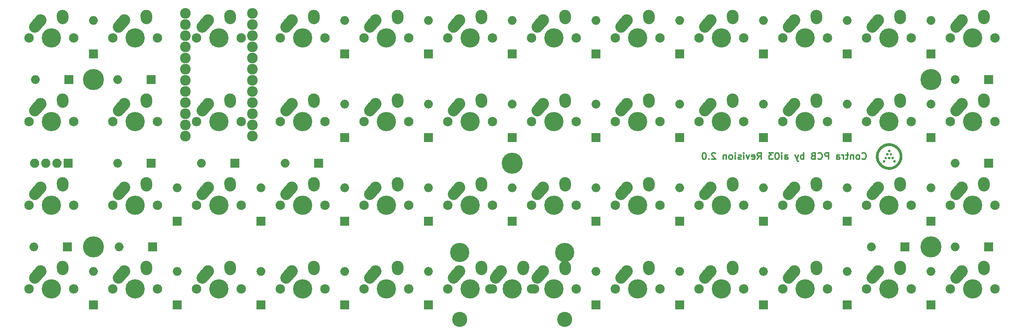
<source format=gbs>
G04 #@! TF.GenerationSoftware,KiCad,Pcbnew,(5.0.0)*
G04 #@! TF.CreationDate,2018-11-27T00:40:27-08:00*
G04 #@! TF.ProjectId,Contra,436F6E7472612E6B696361645F706362,rev?*
G04 #@! TF.SameCoordinates,Original*
G04 #@! TF.FileFunction,Soldermask,Bot*
G04 #@! TF.FilePolarity,Negative*
%FSLAX46Y46*%
G04 Gerber Fmt 4.6, Leading zero omitted, Abs format (unit mm)*
G04 Created by KiCad (PCBNEW (5.0.0)) date 11/27/18 00:40:27*
%MOMM*%
%LPD*%
G01*
G04 APERTURE LIST*
%ADD10C,0.300000*%
%ADD11C,0.010000*%
%ADD12C,2.150000*%
%ADD13C,2.650000*%
%ADD14C,4.387800*%
%ADD15C,2.650000*%
%ADD16C,2.432000*%
%ADD17C,3.448000*%
%ADD18C,4.800000*%
%ADD19C,1.100000*%
%ADD20R,2.000000X2.000000*%
%ADD21O,2.000000X2.000000*%
%ADD22O,2.100000X2.100000*%
%ADD23R,2.100000X2.100000*%
G04 APERTURE END LIST*
D10*
X222501785Y-65623214D02*
X222573214Y-65694642D01*
X222787500Y-65766071D01*
X222930357Y-65766071D01*
X223144642Y-65694642D01*
X223287500Y-65551785D01*
X223358928Y-65408928D01*
X223430357Y-65123214D01*
X223430357Y-64908928D01*
X223358928Y-64623214D01*
X223287500Y-64480357D01*
X223144642Y-64337500D01*
X222930357Y-64266071D01*
X222787500Y-64266071D01*
X222573214Y-64337500D01*
X222501785Y-64408928D01*
X221644642Y-65766071D02*
X221787500Y-65694642D01*
X221858928Y-65623214D01*
X221930357Y-65480357D01*
X221930357Y-65051785D01*
X221858928Y-64908928D01*
X221787500Y-64837500D01*
X221644642Y-64766071D01*
X221430357Y-64766071D01*
X221287500Y-64837500D01*
X221216071Y-64908928D01*
X221144642Y-65051785D01*
X221144642Y-65480357D01*
X221216071Y-65623214D01*
X221287500Y-65694642D01*
X221430357Y-65766071D01*
X221644642Y-65766071D01*
X220501785Y-64766071D02*
X220501785Y-65766071D01*
X220501785Y-64908928D02*
X220430357Y-64837500D01*
X220287500Y-64766071D01*
X220073214Y-64766071D01*
X219930357Y-64837500D01*
X219858928Y-64980357D01*
X219858928Y-65766071D01*
X219358928Y-64766071D02*
X218787500Y-64766071D01*
X219144642Y-64266071D02*
X219144642Y-65551785D01*
X219073214Y-65694642D01*
X218930357Y-65766071D01*
X218787500Y-65766071D01*
X218287500Y-65766071D02*
X218287500Y-64766071D01*
X218287500Y-65051785D02*
X218216071Y-64908928D01*
X218144642Y-64837500D01*
X218001785Y-64766071D01*
X217858928Y-64766071D01*
X216716071Y-65766071D02*
X216716071Y-64980357D01*
X216787500Y-64837500D01*
X216930357Y-64766071D01*
X217216071Y-64766071D01*
X217358928Y-64837500D01*
X216716071Y-65694642D02*
X216858928Y-65766071D01*
X217216071Y-65766071D01*
X217358928Y-65694642D01*
X217430357Y-65551785D01*
X217430357Y-65408928D01*
X217358928Y-65266071D01*
X217216071Y-65194642D01*
X216858928Y-65194642D01*
X216716071Y-65123214D01*
X214858928Y-65766071D02*
X214858928Y-64266071D01*
X214287500Y-64266071D01*
X214144642Y-64337500D01*
X214073214Y-64408928D01*
X214001785Y-64551785D01*
X214001785Y-64766071D01*
X214073214Y-64908928D01*
X214144642Y-64980357D01*
X214287500Y-65051785D01*
X214858928Y-65051785D01*
X212501785Y-65623214D02*
X212573214Y-65694642D01*
X212787500Y-65766071D01*
X212930357Y-65766071D01*
X213144642Y-65694642D01*
X213287500Y-65551785D01*
X213358928Y-65408928D01*
X213430357Y-65123214D01*
X213430357Y-64908928D01*
X213358928Y-64623214D01*
X213287500Y-64480357D01*
X213144642Y-64337500D01*
X212930357Y-64266071D01*
X212787500Y-64266071D01*
X212573214Y-64337500D01*
X212501785Y-64408928D01*
X211358928Y-64980357D02*
X211144642Y-65051785D01*
X211073214Y-65123214D01*
X211001785Y-65266071D01*
X211001785Y-65480357D01*
X211073214Y-65623214D01*
X211144642Y-65694642D01*
X211287500Y-65766071D01*
X211858928Y-65766071D01*
X211858928Y-64266071D01*
X211358928Y-64266071D01*
X211216071Y-64337500D01*
X211144642Y-64408928D01*
X211073214Y-64551785D01*
X211073214Y-64694642D01*
X211144642Y-64837500D01*
X211216071Y-64908928D01*
X211358928Y-64980357D01*
X211858928Y-64980357D01*
X209216071Y-65766071D02*
X209216071Y-64266071D01*
X209216071Y-64837500D02*
X209073214Y-64766071D01*
X208787500Y-64766071D01*
X208644642Y-64837500D01*
X208573214Y-64908928D01*
X208501785Y-65051785D01*
X208501785Y-65480357D01*
X208573214Y-65623214D01*
X208644642Y-65694642D01*
X208787500Y-65766071D01*
X209073214Y-65766071D01*
X209216071Y-65694642D01*
X208001785Y-64766071D02*
X207644642Y-65766071D01*
X207287500Y-64766071D02*
X207644642Y-65766071D01*
X207787500Y-66123214D01*
X207858928Y-66194642D01*
X208001785Y-66266071D01*
X204930357Y-65766071D02*
X204930357Y-64980357D01*
X205001785Y-64837500D01*
X205144642Y-64766071D01*
X205430357Y-64766071D01*
X205573214Y-64837500D01*
X204930357Y-65694642D02*
X205073214Y-65766071D01*
X205430357Y-65766071D01*
X205573214Y-65694642D01*
X205644642Y-65551785D01*
X205644642Y-65408928D01*
X205573214Y-65266071D01*
X205430357Y-65194642D01*
X205073214Y-65194642D01*
X204930357Y-65123214D01*
X204216071Y-65766071D02*
X204216071Y-64766071D01*
X204216071Y-64266071D02*
X204287500Y-64337500D01*
X204216071Y-64408928D01*
X204144642Y-64337500D01*
X204216071Y-64266071D01*
X204216071Y-64408928D01*
X203216071Y-64266071D02*
X203073214Y-64266071D01*
X202930357Y-64337500D01*
X202858928Y-64408928D01*
X202787500Y-64551785D01*
X202716071Y-64837500D01*
X202716071Y-65194642D01*
X202787500Y-65480357D01*
X202858928Y-65623214D01*
X202930357Y-65694642D01*
X203073214Y-65766071D01*
X203216071Y-65766071D01*
X203358928Y-65694642D01*
X203430357Y-65623214D01*
X203501785Y-65480357D01*
X203573214Y-65194642D01*
X203573214Y-64837500D01*
X203501785Y-64551785D01*
X203430357Y-64408928D01*
X203358928Y-64337500D01*
X203216071Y-64266071D01*
X202216071Y-64266071D02*
X201287500Y-64266071D01*
X201787500Y-64837500D01*
X201573214Y-64837500D01*
X201430357Y-64908928D01*
X201358928Y-64980357D01*
X201287500Y-65123214D01*
X201287500Y-65480357D01*
X201358928Y-65623214D01*
X201430357Y-65694642D01*
X201573214Y-65766071D01*
X202001785Y-65766071D01*
X202144642Y-65694642D01*
X202216071Y-65623214D01*
X198644642Y-65766071D02*
X199144642Y-65051785D01*
X199501785Y-65766071D02*
X199501785Y-64266071D01*
X198930357Y-64266071D01*
X198787500Y-64337500D01*
X198716071Y-64408928D01*
X198644642Y-64551785D01*
X198644642Y-64766071D01*
X198716071Y-64908928D01*
X198787500Y-64980357D01*
X198930357Y-65051785D01*
X199501785Y-65051785D01*
X197430357Y-65694642D02*
X197573214Y-65766071D01*
X197858928Y-65766071D01*
X198001785Y-65694642D01*
X198073214Y-65551785D01*
X198073214Y-64980357D01*
X198001785Y-64837500D01*
X197858928Y-64766071D01*
X197573214Y-64766071D01*
X197430357Y-64837500D01*
X197358928Y-64980357D01*
X197358928Y-65123214D01*
X198073214Y-65266071D01*
X196858928Y-64766071D02*
X196501785Y-65766071D01*
X196144642Y-64766071D01*
X195573214Y-65766071D02*
X195573214Y-64766071D01*
X195573214Y-64266071D02*
X195644642Y-64337500D01*
X195573214Y-64408928D01*
X195501785Y-64337500D01*
X195573214Y-64266071D01*
X195573214Y-64408928D01*
X194930357Y-65694642D02*
X194787500Y-65766071D01*
X194501785Y-65766071D01*
X194358928Y-65694642D01*
X194287500Y-65551785D01*
X194287500Y-65480357D01*
X194358928Y-65337500D01*
X194501785Y-65266071D01*
X194716071Y-65266071D01*
X194858928Y-65194642D01*
X194930357Y-65051785D01*
X194930357Y-64980357D01*
X194858928Y-64837500D01*
X194716071Y-64766071D01*
X194501785Y-64766071D01*
X194358928Y-64837500D01*
X193644642Y-65766071D02*
X193644642Y-64766071D01*
X193644642Y-64266071D02*
X193716071Y-64337500D01*
X193644642Y-64408928D01*
X193573214Y-64337500D01*
X193644642Y-64266071D01*
X193644642Y-64408928D01*
X192716071Y-65766071D02*
X192858928Y-65694642D01*
X192930357Y-65623214D01*
X193001785Y-65480357D01*
X193001785Y-65051785D01*
X192930357Y-64908928D01*
X192858928Y-64837500D01*
X192716071Y-64766071D01*
X192501785Y-64766071D01*
X192358928Y-64837500D01*
X192287500Y-64908928D01*
X192216071Y-65051785D01*
X192216071Y-65480357D01*
X192287500Y-65623214D01*
X192358928Y-65694642D01*
X192501785Y-65766071D01*
X192716071Y-65766071D01*
X191573214Y-64766071D02*
X191573214Y-65766071D01*
X191573214Y-64908928D02*
X191501785Y-64837500D01*
X191358928Y-64766071D01*
X191144642Y-64766071D01*
X191001785Y-64837500D01*
X190930357Y-64980357D01*
X190930357Y-65766071D01*
X189144642Y-64408928D02*
X189073214Y-64337500D01*
X188930357Y-64266071D01*
X188573214Y-64266071D01*
X188430357Y-64337500D01*
X188358928Y-64408928D01*
X188287500Y-64551785D01*
X188287500Y-64694642D01*
X188358928Y-64908928D01*
X189216071Y-65766071D01*
X188287500Y-65766071D01*
X187644642Y-65623214D02*
X187573214Y-65694642D01*
X187644642Y-65766071D01*
X187716071Y-65694642D01*
X187644642Y-65623214D01*
X187644642Y-65766071D01*
X186644642Y-64266071D02*
X186501785Y-64266071D01*
X186358928Y-64337500D01*
X186287500Y-64408928D01*
X186216071Y-64551785D01*
X186144642Y-64837500D01*
X186144642Y-65194642D01*
X186216071Y-65480357D01*
X186287500Y-65623214D01*
X186358928Y-65694642D01*
X186501785Y-65766071D01*
X186644642Y-65766071D01*
X186787500Y-65694642D01*
X186858928Y-65623214D01*
X186930357Y-65480357D01*
X187001785Y-65194642D01*
X187001785Y-64837500D01*
X186930357Y-64551785D01*
X186858928Y-64408928D01*
X186787500Y-64337500D01*
X186644642Y-64266071D01*
D11*
G04 #@! TO.C,G\002A\002A\002A*
G36*
X228409500Y-64008000D02*
X228814312Y-64008000D01*
X228814312Y-63603188D01*
X228409500Y-63603188D01*
X228409500Y-64008000D01*
X228409500Y-64008000D01*
G37*
X228409500Y-64008000D02*
X228814312Y-64008000D01*
X228814312Y-63603188D01*
X228409500Y-63603188D01*
X228409500Y-64008000D01*
G36*
X228004687Y-64793813D02*
X228409500Y-64793813D01*
X228409500Y-64412813D01*
X228004687Y-64412813D01*
X228004687Y-64793813D01*
X228004687Y-64793813D01*
G37*
X228004687Y-64793813D02*
X228409500Y-64793813D01*
X228409500Y-64412813D01*
X228004687Y-64412813D01*
X228004687Y-64793813D01*
G36*
X228814312Y-64793813D02*
X229195312Y-64793813D01*
X229195312Y-64412813D01*
X228814312Y-64412813D01*
X228814312Y-64793813D01*
X228814312Y-64793813D01*
G37*
X228814312Y-64793813D02*
X229195312Y-64793813D01*
X229195312Y-64412813D01*
X228814312Y-64412813D01*
X228814312Y-64793813D01*
G36*
X227623687Y-65603438D02*
X228004687Y-65603438D01*
X228004687Y-65198625D01*
X227623687Y-65198625D01*
X227623687Y-65603438D01*
X227623687Y-65603438D01*
G37*
X227623687Y-65603438D02*
X228004687Y-65603438D01*
X228004687Y-65198625D01*
X227623687Y-65198625D01*
X227623687Y-65603438D01*
G36*
X228409500Y-65603438D02*
X228814312Y-65603438D01*
X228814312Y-65198625D01*
X228409500Y-65198625D01*
X228409500Y-65603438D01*
X228409500Y-65603438D01*
G37*
X228409500Y-65603438D02*
X228814312Y-65603438D01*
X228814312Y-65198625D01*
X228409500Y-65198625D01*
X228409500Y-65603438D01*
G36*
X229195312Y-65603438D02*
X229600125Y-65603438D01*
X229600125Y-65198625D01*
X229195312Y-65198625D01*
X229195312Y-65603438D01*
X229195312Y-65603438D01*
G37*
X229195312Y-65603438D02*
X229600125Y-65603438D01*
X229600125Y-65198625D01*
X229195312Y-65198625D01*
X229195312Y-65603438D01*
G36*
X227218875Y-66389250D02*
X227623687Y-66389250D01*
X227623687Y-65984438D01*
X227218875Y-65984438D01*
X227218875Y-66389250D01*
X227218875Y-66389250D01*
G37*
X227218875Y-66389250D02*
X227623687Y-66389250D01*
X227623687Y-65984438D01*
X227218875Y-65984438D01*
X227218875Y-66389250D01*
G36*
X229600125Y-66389250D02*
X230004937Y-66389250D01*
X230004937Y-65984438D01*
X229600125Y-65984438D01*
X229600125Y-66389250D01*
X229600125Y-66389250D01*
G37*
X229600125Y-66389250D02*
X230004937Y-66389250D01*
X230004937Y-65984438D01*
X229600125Y-65984438D01*
X229600125Y-66389250D01*
G36*
X228596031Y-62115545D02*
X228471913Y-62116915D01*
X228360201Y-62121072D01*
X228257608Y-62128419D01*
X228160844Y-62139360D01*
X228066622Y-62154298D01*
X227971653Y-62173637D01*
X227872649Y-62197781D01*
X227827370Y-62209918D01*
X227618823Y-62275156D01*
X227416735Y-62354492D01*
X227221872Y-62447528D01*
X227035001Y-62553868D01*
X226856886Y-62673116D01*
X226704740Y-62791117D01*
X226547072Y-62931842D01*
X226399735Y-63083287D01*
X226263414Y-63244385D01*
X226138792Y-63414067D01*
X226026553Y-63591266D01*
X225927380Y-63774916D01*
X225841958Y-63963947D01*
X225770970Y-64157293D01*
X225722216Y-64325303D01*
X225689145Y-64465289D01*
X225663785Y-64597225D01*
X225645393Y-64726497D01*
X225633225Y-64858493D01*
X225626539Y-64998600D01*
X225625886Y-65024000D01*
X225628605Y-65242297D01*
X225646800Y-65457080D01*
X225680465Y-65668321D01*
X225729594Y-65875989D01*
X225794181Y-66080055D01*
X225858378Y-66243987D01*
X225886461Y-66309252D01*
X225910523Y-66363410D01*
X225932392Y-66410113D01*
X225953893Y-66453013D01*
X225976854Y-66495763D01*
X226003100Y-66542015D01*
X226032225Y-66591656D01*
X226151444Y-66777927D01*
X226281548Y-66952653D01*
X226422671Y-67115965D01*
X226574945Y-67267996D01*
X226738503Y-67408880D01*
X226913476Y-67538748D01*
X227095844Y-67655275D01*
X227148673Y-67686244D01*
X227194586Y-67712221D01*
X227237235Y-67735031D01*
X227280272Y-67756501D01*
X227327349Y-67778457D01*
X227382119Y-67802725D01*
X227443513Y-67829122D01*
X227539746Y-67868669D01*
X227628464Y-67901708D01*
X227715578Y-67930195D01*
X227807002Y-67956089D01*
X227889594Y-67976822D01*
X228054110Y-68012376D01*
X228211205Y-68038053D01*
X228365433Y-68054393D01*
X228521351Y-68061936D01*
X228611906Y-68062513D01*
X228663125Y-68061998D01*
X228711246Y-68061293D01*
X228753126Y-68060460D01*
X228785622Y-68059563D01*
X228805590Y-68058665D01*
X228806375Y-68058609D01*
X229022549Y-68034657D01*
X229235306Y-67995670D01*
X229443787Y-67941967D01*
X229647132Y-67873863D01*
X229844484Y-67791676D01*
X230034982Y-67695725D01*
X230217768Y-67586326D01*
X230368724Y-67481296D01*
X230541651Y-67342949D01*
X230702335Y-67194588D01*
X230850549Y-67036539D01*
X230986071Y-66869132D01*
X231108676Y-66692694D01*
X231218139Y-66507552D01*
X231314237Y-66314035D01*
X231396744Y-66112471D01*
X231465437Y-65903188D01*
X231477582Y-65860130D01*
X231503948Y-65758335D01*
X231525333Y-65662011D01*
X231542141Y-65567867D01*
X231554775Y-65472617D01*
X231563640Y-65372970D01*
X231569138Y-65265640D01*
X231571674Y-65147336D01*
X231571955Y-65091469D01*
X231571280Y-65036108D01*
X231039206Y-65036108D01*
X231039103Y-65116246D01*
X231037437Y-65195910D01*
X231034241Y-65271037D01*
X231029544Y-65337560D01*
X231025824Y-65373250D01*
X230993950Y-65570548D01*
X230947299Y-65762163D01*
X230886049Y-65947722D01*
X230810381Y-66126849D01*
X230720473Y-66299169D01*
X230616506Y-66464309D01*
X230498659Y-66621893D01*
X230367112Y-66771547D01*
X230344776Y-66794760D01*
X230210542Y-66921834D01*
X230064840Y-67039770D01*
X229910369Y-67146590D01*
X229749831Y-67240316D01*
X229704042Y-67264004D01*
X229629634Y-67300653D01*
X229564393Y-67330872D01*
X229503896Y-67356440D01*
X229443722Y-67379134D01*
X229379449Y-67400733D01*
X229314375Y-67420727D01*
X229125162Y-67470140D01*
X228939411Y-67504591D01*
X228755673Y-67524214D01*
X228572497Y-67529142D01*
X228388436Y-67519511D01*
X228321894Y-67512531D01*
X228134562Y-67483587D01*
X227954981Y-67441778D01*
X227780643Y-67386354D01*
X227609041Y-67316564D01*
X227512084Y-67270366D01*
X227341452Y-67176947D01*
X227182036Y-67073212D01*
X227033078Y-66958474D01*
X226893821Y-66832050D01*
X226763506Y-66693254D01*
X226641376Y-66541403D01*
X226533108Y-66385759D01*
X226507982Y-66344568D01*
X226478659Y-66292440D01*
X226446959Y-66232996D01*
X226414701Y-66169856D01*
X226383707Y-66106640D01*
X226355794Y-66046967D01*
X226332785Y-65994457D01*
X226319347Y-65960625D01*
X226256480Y-65769084D01*
X226209084Y-65576345D01*
X226177200Y-65382950D01*
X226160870Y-65189440D01*
X226160132Y-64996357D01*
X226175028Y-64804242D01*
X226205598Y-64613636D01*
X226215401Y-64567594D01*
X226249050Y-64431301D01*
X226287358Y-64305118D01*
X226332296Y-64183507D01*
X226385837Y-64060932D01*
X226423496Y-63983458D01*
X226517201Y-63814610D01*
X226624026Y-63654173D01*
X226743202Y-63502868D01*
X226873963Y-63361414D01*
X227015540Y-63230531D01*
X227167166Y-63110940D01*
X227328073Y-63003360D01*
X227497493Y-62908511D01*
X227641675Y-62840980D01*
X227813303Y-62774585D01*
X227985857Y-62722587D01*
X228161344Y-62684578D01*
X228341774Y-62660151D01*
X228529155Y-62648897D01*
X228592062Y-62648007D01*
X228790157Y-62654377D01*
X228981785Y-62675022D01*
X229167719Y-62710173D01*
X229348735Y-62760067D01*
X229525606Y-62824935D01*
X229699106Y-62905013D01*
X229870009Y-63000535D01*
X229970706Y-63064744D01*
X230110139Y-63166272D01*
X230244337Y-63280778D01*
X230371659Y-63406339D01*
X230490465Y-63541031D01*
X230599114Y-63682931D01*
X230695965Y-63830115D01*
X230779378Y-63980661D01*
X230814174Y-64053580D01*
X230875577Y-64198439D01*
X230925808Y-64337678D01*
X230966065Y-64475626D01*
X230997544Y-64616614D01*
X231021444Y-64764971D01*
X231029845Y-64833500D01*
X231034608Y-64890670D01*
X231037718Y-64959561D01*
X231039206Y-65036108D01*
X231571280Y-65036108D01*
X231570210Y-64948473D01*
X231564336Y-64817606D01*
X231553762Y-64695525D01*
X231537915Y-64578885D01*
X231516223Y-64464344D01*
X231488113Y-64348559D01*
X231453014Y-64228187D01*
X231410353Y-64099884D01*
X231394659Y-64055625D01*
X231316274Y-63860906D01*
X231223434Y-63672572D01*
X231116328Y-63490885D01*
X230995148Y-63316108D01*
X230860083Y-63148503D01*
X230711326Y-62988333D01*
X230549067Y-62835860D01*
X230442229Y-62745679D01*
X230356400Y-62680186D01*
X230258861Y-62612860D01*
X230153252Y-62545912D01*
X230043214Y-62481555D01*
X229932387Y-62422000D01*
X229824411Y-62369458D01*
X229818406Y-62366715D01*
X229748446Y-62336842D01*
X229667265Y-62305456D01*
X229579233Y-62274036D01*
X229488721Y-62244062D01*
X229400099Y-62217011D01*
X229317736Y-62194364D01*
X229285850Y-62186471D01*
X229192625Y-62165703D01*
X229103651Y-62149043D01*
X229015647Y-62136152D01*
X228925331Y-62126695D01*
X228829422Y-62120332D01*
X228724640Y-62116728D01*
X228607705Y-62115544D01*
X228596031Y-62115545D01*
X228596031Y-62115545D01*
G37*
X228596031Y-62115545D02*
X228471913Y-62116915D01*
X228360201Y-62121072D01*
X228257608Y-62128419D01*
X228160844Y-62139360D01*
X228066622Y-62154298D01*
X227971653Y-62173637D01*
X227872649Y-62197781D01*
X227827370Y-62209918D01*
X227618823Y-62275156D01*
X227416735Y-62354492D01*
X227221872Y-62447528D01*
X227035001Y-62553868D01*
X226856886Y-62673116D01*
X226704740Y-62791117D01*
X226547072Y-62931842D01*
X226399735Y-63083287D01*
X226263414Y-63244385D01*
X226138792Y-63414067D01*
X226026553Y-63591266D01*
X225927380Y-63774916D01*
X225841958Y-63963947D01*
X225770970Y-64157293D01*
X225722216Y-64325303D01*
X225689145Y-64465289D01*
X225663785Y-64597225D01*
X225645393Y-64726497D01*
X225633225Y-64858493D01*
X225626539Y-64998600D01*
X225625886Y-65024000D01*
X225628605Y-65242297D01*
X225646800Y-65457080D01*
X225680465Y-65668321D01*
X225729594Y-65875989D01*
X225794181Y-66080055D01*
X225858378Y-66243987D01*
X225886461Y-66309252D01*
X225910523Y-66363410D01*
X225932392Y-66410113D01*
X225953893Y-66453013D01*
X225976854Y-66495763D01*
X226003100Y-66542015D01*
X226032225Y-66591656D01*
X226151444Y-66777927D01*
X226281548Y-66952653D01*
X226422671Y-67115965D01*
X226574945Y-67267996D01*
X226738503Y-67408880D01*
X226913476Y-67538748D01*
X227095844Y-67655275D01*
X227148673Y-67686244D01*
X227194586Y-67712221D01*
X227237235Y-67735031D01*
X227280272Y-67756501D01*
X227327349Y-67778457D01*
X227382119Y-67802725D01*
X227443513Y-67829122D01*
X227539746Y-67868669D01*
X227628464Y-67901708D01*
X227715578Y-67930195D01*
X227807002Y-67956089D01*
X227889594Y-67976822D01*
X228054110Y-68012376D01*
X228211205Y-68038053D01*
X228365433Y-68054393D01*
X228521351Y-68061936D01*
X228611906Y-68062513D01*
X228663125Y-68061998D01*
X228711246Y-68061293D01*
X228753126Y-68060460D01*
X228785622Y-68059563D01*
X228805590Y-68058665D01*
X228806375Y-68058609D01*
X229022549Y-68034657D01*
X229235306Y-67995670D01*
X229443787Y-67941967D01*
X229647132Y-67873863D01*
X229844484Y-67791676D01*
X230034982Y-67695725D01*
X230217768Y-67586326D01*
X230368724Y-67481296D01*
X230541651Y-67342949D01*
X230702335Y-67194588D01*
X230850549Y-67036539D01*
X230986071Y-66869132D01*
X231108676Y-66692694D01*
X231218139Y-66507552D01*
X231314237Y-66314035D01*
X231396744Y-66112471D01*
X231465437Y-65903188D01*
X231477582Y-65860130D01*
X231503948Y-65758335D01*
X231525333Y-65662011D01*
X231542141Y-65567867D01*
X231554775Y-65472617D01*
X231563640Y-65372970D01*
X231569138Y-65265640D01*
X231571674Y-65147336D01*
X231571955Y-65091469D01*
X231571280Y-65036108D01*
X231039206Y-65036108D01*
X231039103Y-65116246D01*
X231037437Y-65195910D01*
X231034241Y-65271037D01*
X231029544Y-65337560D01*
X231025824Y-65373250D01*
X230993950Y-65570548D01*
X230947299Y-65762163D01*
X230886049Y-65947722D01*
X230810381Y-66126849D01*
X230720473Y-66299169D01*
X230616506Y-66464309D01*
X230498659Y-66621893D01*
X230367112Y-66771547D01*
X230344776Y-66794760D01*
X230210542Y-66921834D01*
X230064840Y-67039770D01*
X229910369Y-67146590D01*
X229749831Y-67240316D01*
X229704042Y-67264004D01*
X229629634Y-67300653D01*
X229564393Y-67330872D01*
X229503896Y-67356440D01*
X229443722Y-67379134D01*
X229379449Y-67400733D01*
X229314375Y-67420727D01*
X229125162Y-67470140D01*
X228939411Y-67504591D01*
X228755673Y-67524214D01*
X228572497Y-67529142D01*
X228388436Y-67519511D01*
X228321894Y-67512531D01*
X228134562Y-67483587D01*
X227954981Y-67441778D01*
X227780643Y-67386354D01*
X227609041Y-67316564D01*
X227512084Y-67270366D01*
X227341452Y-67176947D01*
X227182036Y-67073212D01*
X227033078Y-66958474D01*
X226893821Y-66832050D01*
X226763506Y-66693254D01*
X226641376Y-66541403D01*
X226533108Y-66385759D01*
X226507982Y-66344568D01*
X226478659Y-66292440D01*
X226446959Y-66232996D01*
X226414701Y-66169856D01*
X226383707Y-66106640D01*
X226355794Y-66046967D01*
X226332785Y-65994457D01*
X226319347Y-65960625D01*
X226256480Y-65769084D01*
X226209084Y-65576345D01*
X226177200Y-65382950D01*
X226160870Y-65189440D01*
X226160132Y-64996357D01*
X226175028Y-64804242D01*
X226205598Y-64613636D01*
X226215401Y-64567594D01*
X226249050Y-64431301D01*
X226287358Y-64305118D01*
X226332296Y-64183507D01*
X226385837Y-64060932D01*
X226423496Y-63983458D01*
X226517201Y-63814610D01*
X226624026Y-63654173D01*
X226743202Y-63502868D01*
X226873963Y-63361414D01*
X227015540Y-63230531D01*
X227167166Y-63110940D01*
X227328073Y-63003360D01*
X227497493Y-62908511D01*
X227641675Y-62840980D01*
X227813303Y-62774585D01*
X227985857Y-62722587D01*
X228161344Y-62684578D01*
X228341774Y-62660151D01*
X228529155Y-62648897D01*
X228592062Y-62648007D01*
X228790157Y-62654377D01*
X228981785Y-62675022D01*
X229167719Y-62710173D01*
X229348735Y-62760067D01*
X229525606Y-62824935D01*
X229699106Y-62905013D01*
X229870009Y-63000535D01*
X229970706Y-63064744D01*
X230110139Y-63166272D01*
X230244337Y-63280778D01*
X230371659Y-63406339D01*
X230490465Y-63541031D01*
X230599114Y-63682931D01*
X230695965Y-63830115D01*
X230779378Y-63980661D01*
X230814174Y-64053580D01*
X230875577Y-64198439D01*
X230925808Y-64337678D01*
X230966065Y-64475626D01*
X230997544Y-64616614D01*
X231021444Y-64764971D01*
X231029845Y-64833500D01*
X231034608Y-64890670D01*
X231037718Y-64959561D01*
X231039206Y-65036108D01*
X231571280Y-65036108D01*
X231570210Y-64948473D01*
X231564336Y-64817606D01*
X231553762Y-64695525D01*
X231537915Y-64578885D01*
X231516223Y-64464344D01*
X231488113Y-64348559D01*
X231453014Y-64228187D01*
X231410353Y-64099884D01*
X231394659Y-64055625D01*
X231316274Y-63860906D01*
X231223434Y-63672572D01*
X231116328Y-63490885D01*
X230995148Y-63316108D01*
X230860083Y-63148503D01*
X230711326Y-62988333D01*
X230549067Y-62835860D01*
X230442229Y-62745679D01*
X230356400Y-62680186D01*
X230258861Y-62612860D01*
X230153252Y-62545912D01*
X230043214Y-62481555D01*
X229932387Y-62422000D01*
X229824411Y-62369458D01*
X229818406Y-62366715D01*
X229748446Y-62336842D01*
X229667265Y-62305456D01*
X229579233Y-62274036D01*
X229488721Y-62244062D01*
X229400099Y-62217011D01*
X229317736Y-62194364D01*
X229285850Y-62186471D01*
X229192625Y-62165703D01*
X229103651Y-62149043D01*
X229015647Y-62136152D01*
X228925331Y-62126695D01*
X228829422Y-62120332D01*
X228724640Y-62116728D01*
X228607705Y-62115544D01*
X228596031Y-62115545D01*
G04 #@! TD*
D12*
G04 #@! TO.C,MX11*
X233680000Y-38100000D03*
X223520000Y-38100000D03*
D13*
X226100000Y-34100000D03*
D14*
X228600000Y-38100000D03*
D13*
X225445001Y-34830000D03*
D15*
X224790000Y-35560000D02*
X226100002Y-34100000D01*
D13*
X231140000Y-33020000D03*
X231120000Y-33310000D03*
D15*
X231100000Y-33600000D02*
X231140000Y-33020000D01*
G04 #@! TD*
D16*
G04 #@! TO.C,U1*
X68580000Y-60483750D03*
X68580000Y-57943750D03*
X68580000Y-55403750D03*
X68580000Y-52863750D03*
X68580000Y-50323750D03*
X68580000Y-47783750D03*
X68580000Y-45243750D03*
X68580000Y-42703750D03*
X68580000Y-40163750D03*
X68580000Y-37623750D03*
X68580000Y-35083750D03*
X68580000Y-32543750D03*
X83820000Y-60483750D03*
X83820000Y-57943750D03*
X83820000Y-55403750D03*
X83820000Y-52863750D03*
X83820000Y-50323750D03*
X83820000Y-47783750D03*
X83820000Y-45243750D03*
X83820000Y-42703750D03*
X83820000Y-40163750D03*
X83820000Y-37623750D03*
X83820000Y-35083750D03*
X83820000Y-32543750D03*
G04 #@! TD*
D14*
G04 #@! TO.C,MX49*
X154813000Y-86995000D03*
X130937000Y-86995000D03*
D17*
X154813000Y-102235000D03*
X130937000Y-102235000D03*
D12*
X147955000Y-95250000D03*
X137795000Y-95250000D03*
D13*
X140375000Y-91250000D03*
D14*
X142875000Y-95250000D03*
D13*
X139720001Y-91980000D03*
D15*
X139065000Y-92710000D02*
X140375002Y-91250000D01*
D13*
X145415000Y-90170000D03*
X145395000Y-90460000D03*
D15*
X145375000Y-90750000D02*
X145415000Y-90170000D01*
G04 #@! TD*
D12*
G04 #@! TO.C,MX48*
X252730000Y-95250000D03*
X242570000Y-95250000D03*
D13*
X245150000Y-91250000D03*
D14*
X247650000Y-95250000D03*
D13*
X244495001Y-91980000D03*
D15*
X243840000Y-92710000D02*
X245150002Y-91250000D01*
D13*
X250190000Y-90170000D03*
X250170000Y-90460000D03*
D15*
X250150000Y-90750000D02*
X250190000Y-90170000D01*
G04 #@! TD*
D12*
G04 #@! TO.C,MX47*
X233680000Y-95250000D03*
X223520000Y-95250000D03*
D13*
X226100000Y-91250000D03*
D14*
X228600000Y-95250000D03*
D13*
X225445001Y-91980000D03*
D15*
X224790000Y-92710000D02*
X226100002Y-91250000D01*
D13*
X231140000Y-90170000D03*
X231120000Y-90460000D03*
D15*
X231100000Y-90750000D02*
X231140000Y-90170000D01*
G04 #@! TD*
D12*
G04 #@! TO.C,MX46*
X214630000Y-95250000D03*
X204470000Y-95250000D03*
D13*
X207050000Y-91250000D03*
D14*
X209550000Y-95250000D03*
D13*
X206395001Y-91980000D03*
D15*
X205740000Y-92710000D02*
X207050002Y-91250000D01*
D13*
X212090000Y-90170000D03*
X212070000Y-90460000D03*
D15*
X212050000Y-90750000D02*
X212090000Y-90170000D01*
G04 #@! TD*
D12*
G04 #@! TO.C,MX45*
X195580000Y-95250000D03*
X185420000Y-95250000D03*
D13*
X188000000Y-91250000D03*
D14*
X190500000Y-95250000D03*
D13*
X187345001Y-91980000D03*
D15*
X186690000Y-92710000D02*
X188000002Y-91250000D01*
D13*
X193040000Y-90170000D03*
X193020000Y-90460000D03*
D15*
X193000000Y-90750000D02*
X193040000Y-90170000D01*
G04 #@! TD*
D12*
G04 #@! TO.C,MX44*
X176530000Y-95250000D03*
X166370000Y-95250000D03*
D13*
X168950000Y-91250000D03*
D14*
X171450000Y-95250000D03*
D13*
X168295001Y-91980000D03*
D15*
X167640000Y-92710000D02*
X168950002Y-91250000D01*
D13*
X173990000Y-90170000D03*
X173970000Y-90460000D03*
D15*
X173950000Y-90750000D02*
X173990000Y-90170000D01*
G04 #@! TD*
D12*
G04 #@! TO.C,MX43*
X157480000Y-95250000D03*
X147320000Y-95250000D03*
D13*
X149900000Y-91250000D03*
D14*
X152400000Y-95250000D03*
D13*
X149245001Y-91980000D03*
D15*
X148590000Y-92710000D02*
X149900002Y-91250000D01*
D13*
X154940000Y-90170000D03*
X154920000Y-90460000D03*
D15*
X154900000Y-90750000D02*
X154940000Y-90170000D01*
G04 #@! TD*
D12*
G04 #@! TO.C,MX42*
X138430000Y-95250000D03*
X128270000Y-95250000D03*
D13*
X130850000Y-91250000D03*
D14*
X133350000Y-95250000D03*
D13*
X130195001Y-91980000D03*
D15*
X129540000Y-92710000D02*
X130850002Y-91250000D01*
D13*
X135890000Y-90170000D03*
X135870000Y-90460000D03*
D15*
X135850000Y-90750000D02*
X135890000Y-90170000D01*
G04 #@! TD*
D12*
G04 #@! TO.C,MX41*
X119380000Y-95250000D03*
X109220000Y-95250000D03*
D13*
X111800000Y-91250000D03*
D14*
X114300000Y-95250000D03*
D13*
X111145001Y-91980000D03*
D15*
X110490000Y-92710000D02*
X111800002Y-91250000D01*
D13*
X116840000Y-90170000D03*
X116820000Y-90460000D03*
D15*
X116800000Y-90750000D02*
X116840000Y-90170000D01*
G04 #@! TD*
D12*
G04 #@! TO.C,MX40*
X100330000Y-95250000D03*
X90170000Y-95250000D03*
D13*
X92750000Y-91250000D03*
D14*
X95250000Y-95250000D03*
D13*
X92095001Y-91980000D03*
D15*
X91440000Y-92710000D02*
X92750002Y-91250000D01*
D13*
X97790000Y-90170000D03*
X97770000Y-90460000D03*
D15*
X97750000Y-90750000D02*
X97790000Y-90170000D01*
G04 #@! TD*
D12*
G04 #@! TO.C,MX39*
X81280000Y-95250000D03*
X71120000Y-95250000D03*
D13*
X73700000Y-91250000D03*
D14*
X76200000Y-95250000D03*
D13*
X73045001Y-91980000D03*
D15*
X72390000Y-92710000D02*
X73700002Y-91250000D01*
D13*
X78740000Y-90170000D03*
X78720000Y-90460000D03*
D15*
X78700000Y-90750000D02*
X78740000Y-90170000D01*
G04 #@! TD*
D12*
G04 #@! TO.C,MX38*
X62230000Y-95250000D03*
X52070000Y-95250000D03*
D13*
X54650000Y-91250000D03*
D14*
X57150000Y-95250000D03*
D13*
X53995001Y-91980000D03*
D15*
X53340000Y-92710000D02*
X54650002Y-91250000D01*
D13*
X59690000Y-90170000D03*
X59670000Y-90460000D03*
D15*
X59650000Y-90750000D02*
X59690000Y-90170000D01*
G04 #@! TD*
D12*
G04 #@! TO.C,MX37*
X43180000Y-95250000D03*
X33020000Y-95250000D03*
D13*
X35600000Y-91250000D03*
D14*
X38100000Y-95250000D03*
D13*
X34945001Y-91980000D03*
D15*
X34290000Y-92710000D02*
X35600002Y-91250000D01*
D13*
X40640000Y-90170000D03*
X40620000Y-90460000D03*
D15*
X40600000Y-90750000D02*
X40640000Y-90170000D01*
G04 #@! TD*
D12*
G04 #@! TO.C,MX36*
X252730000Y-76200000D03*
X242570000Y-76200000D03*
D13*
X245150000Y-72200000D03*
D14*
X247650000Y-76200000D03*
D13*
X244495001Y-72930000D03*
D15*
X243840000Y-73660000D02*
X245150002Y-72200000D01*
D13*
X250190000Y-71120000D03*
X250170000Y-71410000D03*
D15*
X250150000Y-71700000D02*
X250190000Y-71120000D01*
G04 #@! TD*
D12*
G04 #@! TO.C,MX35*
X233680000Y-76200000D03*
X223520000Y-76200000D03*
D13*
X226100000Y-72200000D03*
D14*
X228600000Y-76200000D03*
D13*
X225445001Y-72930000D03*
D15*
X224790000Y-73660000D02*
X226100002Y-72200000D01*
D13*
X231140000Y-71120000D03*
X231120000Y-71410000D03*
D15*
X231100000Y-71700000D02*
X231140000Y-71120000D01*
G04 #@! TD*
D12*
G04 #@! TO.C,MX34*
X214630000Y-76200000D03*
X204470000Y-76200000D03*
D13*
X207050000Y-72200000D03*
D14*
X209550000Y-76200000D03*
D13*
X206395001Y-72930000D03*
D15*
X205740000Y-73660000D02*
X207050002Y-72200000D01*
D13*
X212090000Y-71120000D03*
X212070000Y-71410000D03*
D15*
X212050000Y-71700000D02*
X212090000Y-71120000D01*
G04 #@! TD*
D12*
G04 #@! TO.C,MX33*
X195580000Y-76200000D03*
X185420000Y-76200000D03*
D13*
X188000000Y-72200000D03*
D14*
X190500000Y-76200000D03*
D13*
X187345001Y-72930000D03*
D15*
X186690000Y-73660000D02*
X188000002Y-72200000D01*
D13*
X193040000Y-71120000D03*
X193020000Y-71410000D03*
D15*
X193000000Y-71700000D02*
X193040000Y-71120000D01*
G04 #@! TD*
D12*
G04 #@! TO.C,MX32*
X176530000Y-76200000D03*
X166370000Y-76200000D03*
D13*
X168950000Y-72200000D03*
D14*
X171450000Y-76200000D03*
D13*
X168295001Y-72930000D03*
D15*
X167640000Y-73660000D02*
X168950002Y-72200000D01*
D13*
X173990000Y-71120000D03*
X173970000Y-71410000D03*
D15*
X173950000Y-71700000D02*
X173990000Y-71120000D01*
G04 #@! TD*
D12*
G04 #@! TO.C,MX31*
X157480000Y-76200000D03*
X147320000Y-76200000D03*
D13*
X149900000Y-72200000D03*
D14*
X152400000Y-76200000D03*
D13*
X149245001Y-72930000D03*
D15*
X148590000Y-73660000D02*
X149900002Y-72200000D01*
D13*
X154940000Y-71120000D03*
X154920000Y-71410000D03*
D15*
X154900000Y-71700000D02*
X154940000Y-71120000D01*
G04 #@! TD*
D12*
G04 #@! TO.C,MX30*
X138430000Y-76200000D03*
X128270000Y-76200000D03*
D13*
X130850000Y-72200000D03*
D14*
X133350000Y-76200000D03*
D13*
X130195001Y-72930000D03*
D15*
X129540000Y-73660000D02*
X130850002Y-72200000D01*
D13*
X135890000Y-71120000D03*
X135870000Y-71410000D03*
D15*
X135850000Y-71700000D02*
X135890000Y-71120000D01*
G04 #@! TD*
D12*
G04 #@! TO.C,MX29*
X119380000Y-76200000D03*
X109220000Y-76200000D03*
D13*
X111800000Y-72200000D03*
D14*
X114300000Y-76200000D03*
D13*
X111145001Y-72930000D03*
D15*
X110490000Y-73660000D02*
X111800002Y-72200000D01*
D13*
X116840000Y-71120000D03*
X116820000Y-71410000D03*
D15*
X116800000Y-71700000D02*
X116840000Y-71120000D01*
G04 #@! TD*
D12*
G04 #@! TO.C,MX28*
X100330000Y-76200000D03*
X90170000Y-76200000D03*
D13*
X92750000Y-72200000D03*
D14*
X95250000Y-76200000D03*
D13*
X92095001Y-72930000D03*
D15*
X91440000Y-73660000D02*
X92750002Y-72200000D01*
D13*
X97790000Y-71120000D03*
X97770000Y-71410000D03*
D15*
X97750000Y-71700000D02*
X97790000Y-71120000D01*
G04 #@! TD*
D12*
G04 #@! TO.C,MX27*
X81280000Y-76200000D03*
X71120000Y-76200000D03*
D13*
X73700000Y-72200000D03*
D14*
X76200000Y-76200000D03*
D13*
X73045001Y-72930000D03*
D15*
X72390000Y-73660000D02*
X73700002Y-72200000D01*
D13*
X78740000Y-71120000D03*
X78720000Y-71410000D03*
D15*
X78700000Y-71700000D02*
X78740000Y-71120000D01*
G04 #@! TD*
D12*
G04 #@! TO.C,MX26*
X62230000Y-76200000D03*
X52070000Y-76200000D03*
D13*
X54650000Y-72200000D03*
D14*
X57150000Y-76200000D03*
D13*
X53995001Y-72930000D03*
D15*
X53340000Y-73660000D02*
X54650002Y-72200000D01*
D13*
X59690000Y-71120000D03*
X59670000Y-71410000D03*
D15*
X59650000Y-71700000D02*
X59690000Y-71120000D01*
G04 #@! TD*
D12*
G04 #@! TO.C,MX25*
X43180000Y-76200000D03*
X33020000Y-76200000D03*
D13*
X35600000Y-72200000D03*
D14*
X38100000Y-76200000D03*
D13*
X34945001Y-72930000D03*
D15*
X34290000Y-73660000D02*
X35600002Y-72200000D01*
D13*
X40640000Y-71120000D03*
X40620000Y-71410000D03*
D15*
X40600000Y-71700000D02*
X40640000Y-71120000D01*
G04 #@! TD*
D12*
G04 #@! TO.C,MX24*
X252730000Y-57150000D03*
X242570000Y-57150000D03*
D13*
X245150000Y-53150000D03*
D14*
X247650000Y-57150000D03*
D13*
X244495001Y-53880000D03*
D15*
X243840000Y-54610000D02*
X245150002Y-53150000D01*
D13*
X250190000Y-52070000D03*
X250170000Y-52360000D03*
D15*
X250150000Y-52650000D02*
X250190000Y-52070000D01*
G04 #@! TD*
D12*
G04 #@! TO.C,MX23*
X233680000Y-57150000D03*
X223520000Y-57150000D03*
D13*
X226100000Y-53150000D03*
D14*
X228600000Y-57150000D03*
D13*
X225445001Y-53880000D03*
D15*
X224790000Y-54610000D02*
X226100002Y-53150000D01*
D13*
X231140000Y-52070000D03*
X231120000Y-52360000D03*
D15*
X231100000Y-52650000D02*
X231140000Y-52070000D01*
G04 #@! TD*
D12*
G04 #@! TO.C,MX22*
X214630000Y-57150000D03*
X204470000Y-57150000D03*
D13*
X207050000Y-53150000D03*
D14*
X209550000Y-57150000D03*
D13*
X206395001Y-53880000D03*
D15*
X205740000Y-54610000D02*
X207050002Y-53150000D01*
D13*
X212090000Y-52070000D03*
X212070000Y-52360000D03*
D15*
X212050000Y-52650000D02*
X212090000Y-52070000D01*
G04 #@! TD*
D12*
G04 #@! TO.C,MX21*
X195580000Y-57150000D03*
X185420000Y-57150000D03*
D13*
X188000000Y-53150000D03*
D14*
X190500000Y-57150000D03*
D13*
X187345001Y-53880000D03*
D15*
X186690000Y-54610000D02*
X188000002Y-53150000D01*
D13*
X193040000Y-52070000D03*
X193020000Y-52360000D03*
D15*
X193000000Y-52650000D02*
X193040000Y-52070000D01*
G04 #@! TD*
D12*
G04 #@! TO.C,MX20*
X176530000Y-57150000D03*
X166370000Y-57150000D03*
D13*
X168950000Y-53150000D03*
D14*
X171450000Y-57150000D03*
D13*
X168295001Y-53880000D03*
D15*
X167640000Y-54610000D02*
X168950002Y-53150000D01*
D13*
X173990000Y-52070000D03*
X173970000Y-52360000D03*
D15*
X173950000Y-52650000D02*
X173990000Y-52070000D01*
G04 #@! TD*
D12*
G04 #@! TO.C,MX19*
X157480000Y-57150000D03*
X147320000Y-57150000D03*
D13*
X149900000Y-53150000D03*
D14*
X152400000Y-57150000D03*
D13*
X149245001Y-53880000D03*
D15*
X148590000Y-54610000D02*
X149900002Y-53150000D01*
D13*
X154940000Y-52070000D03*
X154920000Y-52360000D03*
D15*
X154900000Y-52650000D02*
X154940000Y-52070000D01*
G04 #@! TD*
D12*
G04 #@! TO.C,MX18*
X138430000Y-57150000D03*
X128270000Y-57150000D03*
D13*
X130850000Y-53150000D03*
D14*
X133350000Y-57150000D03*
D13*
X130195001Y-53880000D03*
D15*
X129540000Y-54610000D02*
X130850002Y-53150000D01*
D13*
X135890000Y-52070000D03*
X135870000Y-52360000D03*
D15*
X135850000Y-52650000D02*
X135890000Y-52070000D01*
G04 #@! TD*
D12*
G04 #@! TO.C,MX17*
X119380000Y-57150000D03*
X109220000Y-57150000D03*
D13*
X111800000Y-53150000D03*
D14*
X114300000Y-57150000D03*
D13*
X111145001Y-53880000D03*
D15*
X110490000Y-54610000D02*
X111800002Y-53150000D01*
D13*
X116840000Y-52070000D03*
X116820000Y-52360000D03*
D15*
X116800000Y-52650000D02*
X116840000Y-52070000D01*
G04 #@! TD*
D12*
G04 #@! TO.C,MX16*
X100330000Y-57150000D03*
X90170000Y-57150000D03*
D13*
X92750000Y-53150000D03*
D14*
X95250000Y-57150000D03*
D13*
X92095001Y-53880000D03*
D15*
X91440000Y-54610000D02*
X92750002Y-53150000D01*
D13*
X97790000Y-52070000D03*
X97770000Y-52360000D03*
D15*
X97750000Y-52650000D02*
X97790000Y-52070000D01*
G04 #@! TD*
D12*
G04 #@! TO.C,MX15*
X81280000Y-57150000D03*
X71120000Y-57150000D03*
D13*
X73700000Y-53150000D03*
D14*
X76200000Y-57150000D03*
D13*
X73045001Y-53880000D03*
D15*
X72390000Y-54610000D02*
X73700002Y-53150000D01*
D13*
X78740000Y-52070000D03*
X78720000Y-52360000D03*
D15*
X78700000Y-52650000D02*
X78740000Y-52070000D01*
G04 #@! TD*
D12*
G04 #@! TO.C,MX14*
X62230000Y-57150000D03*
X52070000Y-57150000D03*
D13*
X54650000Y-53150000D03*
D14*
X57150000Y-57150000D03*
D13*
X53995001Y-53880000D03*
D15*
X53340000Y-54610000D02*
X54650002Y-53150000D01*
D13*
X59690000Y-52070000D03*
X59670000Y-52360000D03*
D15*
X59650000Y-52650000D02*
X59690000Y-52070000D01*
G04 #@! TD*
D12*
G04 #@! TO.C,MX13*
X43180000Y-57150000D03*
X33020000Y-57150000D03*
D13*
X35600000Y-53150000D03*
D14*
X38100000Y-57150000D03*
D13*
X34945001Y-53880000D03*
D15*
X34290000Y-54610000D02*
X35600002Y-53150000D01*
D13*
X40640000Y-52070000D03*
X40620000Y-52360000D03*
D15*
X40600000Y-52650000D02*
X40640000Y-52070000D01*
G04 #@! TD*
D12*
G04 #@! TO.C,MX12*
X252730000Y-38100000D03*
X242570000Y-38100000D03*
D13*
X245150000Y-34100000D03*
D14*
X247650000Y-38100000D03*
D13*
X244495001Y-34830000D03*
D15*
X243840000Y-35560000D02*
X245150002Y-34100000D01*
D13*
X250190000Y-33020000D03*
X250170000Y-33310000D03*
D15*
X250150000Y-33600000D02*
X250190000Y-33020000D01*
G04 #@! TD*
D12*
G04 #@! TO.C,MX10*
X214630000Y-38100000D03*
X204470000Y-38100000D03*
D13*
X207050000Y-34100000D03*
D14*
X209550000Y-38100000D03*
D13*
X206395001Y-34830000D03*
D15*
X205740000Y-35560000D02*
X207050002Y-34100000D01*
D13*
X212090000Y-33020000D03*
X212070000Y-33310000D03*
D15*
X212050000Y-33600000D02*
X212090000Y-33020000D01*
G04 #@! TD*
D12*
G04 #@! TO.C,MX9*
X195580000Y-38100000D03*
X185420000Y-38100000D03*
D13*
X188000000Y-34100000D03*
D14*
X190500000Y-38100000D03*
D13*
X187345001Y-34830000D03*
D15*
X186690000Y-35560000D02*
X188000002Y-34100000D01*
D13*
X193040000Y-33020000D03*
X193020000Y-33310000D03*
D15*
X193000000Y-33600000D02*
X193040000Y-33020000D01*
G04 #@! TD*
D12*
G04 #@! TO.C,MX8*
X176530000Y-38100000D03*
X166370000Y-38100000D03*
D13*
X168950000Y-34100000D03*
D14*
X171450000Y-38100000D03*
D13*
X168295001Y-34830000D03*
D15*
X167640000Y-35560000D02*
X168950002Y-34100000D01*
D13*
X173990000Y-33020000D03*
X173970000Y-33310000D03*
D15*
X173950000Y-33600000D02*
X173990000Y-33020000D01*
G04 #@! TD*
D12*
G04 #@! TO.C,MX7*
X157480000Y-38100000D03*
X147320000Y-38100000D03*
D13*
X149900000Y-34100000D03*
D14*
X152400000Y-38100000D03*
D13*
X149245001Y-34830000D03*
D15*
X148590000Y-35560000D02*
X149900002Y-34100000D01*
D13*
X154940000Y-33020000D03*
X154920000Y-33310000D03*
D15*
X154900000Y-33600000D02*
X154940000Y-33020000D01*
G04 #@! TD*
D12*
G04 #@! TO.C,MX6*
X138430000Y-38100000D03*
X128270000Y-38100000D03*
D13*
X130850000Y-34100000D03*
D14*
X133350000Y-38100000D03*
D13*
X130195001Y-34830000D03*
D15*
X129540000Y-35560000D02*
X130850002Y-34100000D01*
D13*
X135890000Y-33020000D03*
X135870000Y-33310000D03*
D15*
X135850000Y-33600000D02*
X135890000Y-33020000D01*
G04 #@! TD*
D12*
G04 #@! TO.C,MX5*
X119380000Y-38100000D03*
X109220000Y-38100000D03*
D13*
X111800000Y-34100000D03*
D14*
X114300000Y-38100000D03*
D13*
X111145001Y-34830000D03*
D15*
X110490000Y-35560000D02*
X111800002Y-34100000D01*
D13*
X116840000Y-33020000D03*
X116820000Y-33310000D03*
D15*
X116800000Y-33600000D02*
X116840000Y-33020000D01*
G04 #@! TD*
D12*
G04 #@! TO.C,MX4*
X100330000Y-38100000D03*
X90170000Y-38100000D03*
D13*
X92750000Y-34100000D03*
D14*
X95250000Y-38100000D03*
D13*
X92095001Y-34830000D03*
D15*
X91440000Y-35560000D02*
X92750002Y-34100000D01*
D13*
X97790000Y-33020000D03*
X97770000Y-33310000D03*
D15*
X97750000Y-33600000D02*
X97790000Y-33020000D01*
G04 #@! TD*
D12*
G04 #@! TO.C,MX3*
X81280000Y-38100000D03*
X71120000Y-38100000D03*
D13*
X73700000Y-34100000D03*
D14*
X76200000Y-38100000D03*
D13*
X73045001Y-34830000D03*
D15*
X72390000Y-35560000D02*
X73700002Y-34100000D01*
D13*
X78740000Y-33020000D03*
X78720000Y-33310000D03*
D15*
X78700000Y-33600000D02*
X78740000Y-33020000D01*
G04 #@! TD*
D12*
G04 #@! TO.C,MX2*
X62230000Y-38100000D03*
X52070000Y-38100000D03*
D13*
X54650000Y-34100000D03*
D14*
X57150000Y-38100000D03*
D13*
X53995001Y-34830000D03*
D15*
X53340000Y-35560000D02*
X54650002Y-34100000D01*
D13*
X59690000Y-33020000D03*
X59670000Y-33310000D03*
D15*
X59650000Y-33600000D02*
X59690000Y-33020000D01*
G04 #@! TD*
D12*
G04 #@! TO.C,MX1*
X43180000Y-38100000D03*
X33020000Y-38100000D03*
D13*
X35600000Y-34100000D03*
D14*
X38100000Y-38100000D03*
D13*
X34945001Y-34830000D03*
D15*
X34290000Y-35560000D02*
X35600002Y-34100000D01*
D13*
X40640000Y-33020000D03*
X40620000Y-33310000D03*
D15*
X40600000Y-33600000D02*
X40640000Y-33020000D01*
G04 #@! TD*
D18*
G04 #@! TO.C,REF\002A\002A*
X238125000Y-85725000D03*
D19*
X239775000Y-85725000D03*
X239291726Y-86891726D03*
X238125000Y-87375000D03*
X236958274Y-86891726D03*
X236475000Y-85725000D03*
X236958274Y-84558274D03*
X238125000Y-84075000D03*
X239291726Y-84558274D03*
G04 #@! TD*
D18*
G04 #@! TO.C,REF\002A\002A*
X238125000Y-47625000D03*
D19*
X239775000Y-47625000D03*
X239291726Y-48791726D03*
X238125000Y-49275000D03*
X236958274Y-48791726D03*
X236475000Y-47625000D03*
X236958274Y-46458274D03*
X238125000Y-45975000D03*
X239291726Y-46458274D03*
G04 #@! TD*
D18*
G04 #@! TO.C,REF\002A\002A*
X142875000Y-66675000D03*
D19*
X144525000Y-66675000D03*
X144041726Y-67841726D03*
X142875000Y-68325000D03*
X141708274Y-67841726D03*
X141225000Y-66675000D03*
X141708274Y-65508274D03*
X142875000Y-65025000D03*
X144041726Y-65508274D03*
G04 #@! TD*
D18*
G04 #@! TO.C,REF\002A\002A*
X47625000Y-47625000D03*
D19*
X49275000Y-47625000D03*
X48791726Y-48791726D03*
X47625000Y-49275000D03*
X46458274Y-48791726D03*
X45975000Y-47625000D03*
X46458274Y-46458274D03*
X47625000Y-45975000D03*
X48791726Y-46458274D03*
G04 #@! TD*
D18*
G04 #@! TO.C,REF\002A\002A*
X47625000Y-85725000D03*
D19*
X49275000Y-85725000D03*
X48791726Y-86891726D03*
X47625000Y-87375000D03*
X46458274Y-86891726D03*
X45975000Y-85725000D03*
X46458274Y-84558274D03*
X47625000Y-84075000D03*
X48791726Y-84558274D03*
G04 #@! TD*
D20*
G04 #@! TO.C,D1*
X47625000Y-41751250D03*
D21*
X47625000Y-34131250D03*
G04 #@! TD*
G04 #@! TO.C,D2*
X53181250Y-47625000D03*
D20*
X60801250Y-47625000D03*
G04 #@! TD*
D21*
G04 #@! TO.C,D3*
X72231250Y-66675000D03*
D20*
X79851250Y-66675000D03*
G04 #@! TD*
G04 #@! TO.C,D4*
X104775000Y-41751250D03*
D21*
X104775000Y-34131250D03*
G04 #@! TD*
D20*
G04 #@! TO.C,D5*
X123825000Y-41751250D03*
D21*
X123825000Y-34131250D03*
G04 #@! TD*
G04 #@! TO.C,D6*
X142875000Y-34131250D03*
D20*
X142875000Y-41751250D03*
G04 #@! TD*
D21*
G04 #@! TO.C,D7*
X161925000Y-34131250D03*
D20*
X161925000Y-41751250D03*
G04 #@! TD*
D21*
G04 #@! TO.C,D8*
X180975000Y-34131250D03*
D20*
X180975000Y-41751250D03*
G04 #@! TD*
D21*
G04 #@! TO.C,D9*
X200025000Y-34131250D03*
D20*
X200025000Y-41751250D03*
G04 #@! TD*
G04 #@! TO.C,D10*
X219075000Y-41751250D03*
D21*
X219075000Y-34131250D03*
G04 #@! TD*
D20*
G04 #@! TO.C,D11*
X238125000Y-41751250D03*
D21*
X238125000Y-34131250D03*
G04 #@! TD*
D20*
G04 #@! TO.C,D12*
X251301250Y-47625000D03*
D21*
X243681250Y-47625000D03*
G04 #@! TD*
D20*
G04 #@! TO.C,D13*
X42068750Y-47625000D03*
D21*
X34448750Y-47625000D03*
G04 #@! TD*
D20*
G04 #@! TO.C,D14*
X60801250Y-66675000D03*
D21*
X53181250Y-66675000D03*
G04 #@! TD*
G04 #@! TO.C,D15*
X91281250Y-66675000D03*
D20*
X98901250Y-66675000D03*
G04 #@! TD*
G04 #@! TO.C,D16*
X104775000Y-60801250D03*
D21*
X104775000Y-53181250D03*
G04 #@! TD*
G04 #@! TO.C,D17*
X123825000Y-53181250D03*
D20*
X123825000Y-60801250D03*
G04 #@! TD*
G04 #@! TO.C,D18*
X142875000Y-60801250D03*
D21*
X142875000Y-53181250D03*
G04 #@! TD*
D20*
G04 #@! TO.C,D19*
X161925000Y-60801250D03*
D21*
X161925000Y-53181250D03*
G04 #@! TD*
G04 #@! TO.C,D20*
X180975000Y-53181250D03*
D20*
X180975000Y-60801250D03*
G04 #@! TD*
D21*
G04 #@! TO.C,D21*
X200025000Y-53181250D03*
D20*
X200025000Y-60801250D03*
G04 #@! TD*
G04 #@! TO.C,D22*
X219075000Y-60801250D03*
D21*
X219075000Y-53181250D03*
G04 #@! TD*
D20*
G04 #@! TO.C,D23*
X238125000Y-60801250D03*
D21*
X238125000Y-53181250D03*
G04 #@! TD*
G04 #@! TO.C,D24*
X243681250Y-66675000D03*
D20*
X251301250Y-66675000D03*
G04 #@! TD*
D21*
G04 #@! TO.C,D25*
X53498750Y-85725000D03*
D20*
X61118750Y-85725000D03*
G04 #@! TD*
G04 #@! TO.C,D26*
X66675000Y-79851250D03*
D21*
X66675000Y-72231250D03*
G04 #@! TD*
G04 #@! TO.C,D27*
X85725000Y-72231250D03*
D20*
X85725000Y-79851250D03*
G04 #@! TD*
D21*
G04 #@! TO.C,D28*
X104775000Y-72231250D03*
D20*
X104775000Y-79851250D03*
G04 #@! TD*
G04 #@! TO.C,D29*
X123825000Y-79851250D03*
D21*
X123825000Y-72231250D03*
G04 #@! TD*
D20*
G04 #@! TO.C,D30*
X142875000Y-79851250D03*
D21*
X142875000Y-72231250D03*
G04 #@! TD*
G04 #@! TO.C,D31*
X161925000Y-72231250D03*
D20*
X161925000Y-79851250D03*
G04 #@! TD*
D21*
G04 #@! TO.C,D32*
X180975000Y-72231250D03*
D20*
X180975000Y-79851250D03*
G04 #@! TD*
G04 #@! TO.C,D33*
X200025000Y-79851250D03*
D21*
X200025000Y-72231250D03*
G04 #@! TD*
D20*
G04 #@! TO.C,D34*
X219075000Y-79851250D03*
D21*
X219075000Y-72231250D03*
G04 #@! TD*
G04 #@! TO.C,D35*
X224631250Y-85725000D03*
D20*
X232251250Y-85725000D03*
G04 #@! TD*
G04 #@! TO.C,D36*
X238125000Y-79851250D03*
D21*
X238125000Y-72231250D03*
G04 #@! TD*
G04 #@! TO.C,D37*
X34131250Y-85725000D03*
D20*
X41751250Y-85725000D03*
G04 #@! TD*
G04 #@! TO.C,D38*
X47625000Y-98901250D03*
D21*
X47625000Y-91281250D03*
G04 #@! TD*
G04 #@! TO.C,D39*
X66675000Y-91281250D03*
D20*
X66675000Y-98901250D03*
G04 #@! TD*
D21*
G04 #@! TO.C,D40*
X85725000Y-91281250D03*
D20*
X85725000Y-98901250D03*
G04 #@! TD*
G04 #@! TO.C,D41*
X104775000Y-98901250D03*
D21*
X104775000Y-91281250D03*
G04 #@! TD*
G04 #@! TO.C,D42*
X123825000Y-91281250D03*
D20*
X123825000Y-98901250D03*
G04 #@! TD*
G04 #@! TO.C,D43*
X161925000Y-98901250D03*
D21*
X161925000Y-91281250D03*
G04 #@! TD*
G04 #@! TO.C,D44*
X180975000Y-91281250D03*
D20*
X180975000Y-98901250D03*
G04 #@! TD*
D21*
G04 #@! TO.C,D45*
X200025000Y-91281250D03*
D20*
X200025000Y-98901250D03*
G04 #@! TD*
D21*
G04 #@! TO.C,D46*
X219075000Y-91281250D03*
D20*
X219075000Y-98901250D03*
G04 #@! TD*
G04 #@! TO.C,D47*
X238125000Y-98901250D03*
D21*
X238125000Y-91281250D03*
G04 #@! TD*
D20*
G04 #@! TO.C,D48*
X251301250Y-85725000D03*
D21*
X243681250Y-85725000D03*
G04 #@! TD*
D22*
G04 #@! TO.C,J1*
X34290000Y-66675000D03*
X36830000Y-66675000D03*
X39370000Y-66675000D03*
D23*
X41910000Y-66675000D03*
G04 #@! TD*
M02*

</source>
